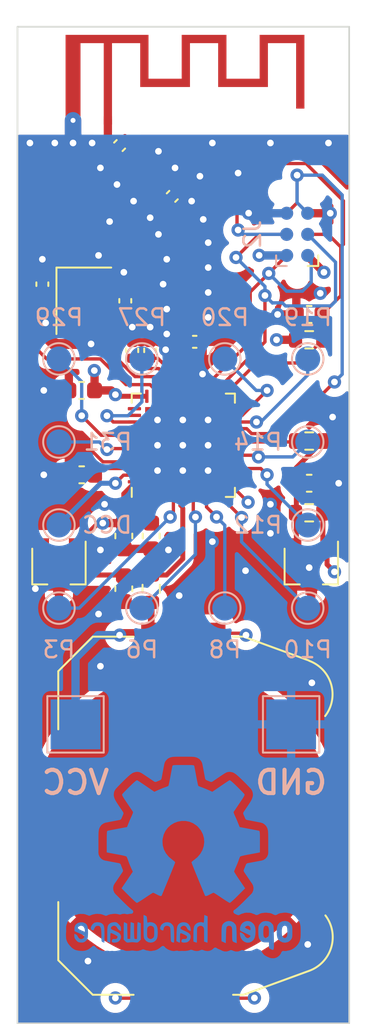
<source format=kicad_pcb>
(kicad_pcb (version 20221018) (generator pcbnew)
  (layers (0 "F.Cu" signal) (1 "In1.Cu" power) (2 "In2.Cu" power) (31 "B.Cu" signal) (34 "B.Paste" user) (35 "F.Paste" user) (36 "B.SilkS" user "B.Silkscreen") (37 "F.SilkS" user "F.Silkscreen") (38 "B.Mask" user) (39 "F.Mask" user) (44 "Edge.Cuts" user))
  (net 0 "")
  (net 1 "Net-(AE1-A)")
  (net 2 "GND")
  (net 3 "VCC")
  (net 4 "RESET")
  (net 5 "ANTENNA")
  (net 6 "Net-(U1-DEC4)")
  (net 7 "Net-(U1-XC2)")
  (net 8 "Net-(U1-DEC3)")
  (net 9 "Net-(U1-XC1)")
  (net 10 "Net-(U1-DEC2)")
  (net 11 "Net-(C10-Pad1)")
  (net 12 "Net-(U1-DEC1)")
  (net 13 "Net-(U2-VOUT)")
  (net 14 "SWDIO")
  (net 15 "SWCLK")
  (net 16 "SWO")
  (net 17 "ONBOARD_HALL")
  (net 18 "Net-(U1-DCC)")
  (net 22 "ONBOARD_HALL_2")
  (net 24 "Net-(U1-P0.03{slash}AIN1)")
  (net 27 "Net-(U1-P0.06)")
  (net 29 "Net-(U1-P0.08)")
  (net 31 "Net-(U1-NFC2{slash}P0.10)")
  (net 34 "Net-(U1-P0.14)")
  (net 35 "Net-(U1-P0.12)")
  (net 39 "Net-(U1-P0.20)")
  (net 41 "Net-(U1-P0.19)")
  (net 43 "Net-(U1-P0.31{slash}AIN7)")
  (net 45 "Net-(U1-P0.29{slash}AIN5)")
  (net 47 "Net-(U1-P0.27)")
  (footprint "Crystal:Crystal_SMD_3225-4Pin_3.2x2.5mm" (layer "F.Cu") (at 119 51.5 -90)
    (fp_text reference "Y1" hide)
    (fp_text value "Crystal_GND24")
  )
  (footprint "Capacitor_SMD:C_0603_1608Metric" (layer "F.Cu") (at 132.588 62.484)
    (fp_text reference "C13" hide)
    (fp_text value "100nF")
  )
  (footprint "Package_TO_SOT_SMD:SOT-23W" (layer "F.Cu") (at 117.5 67.5 -90)
    (fp_text reference "U3" hide)
    (fp_text value "A3214ELHLT-T")
  )
  (footprint "Resistor_SMD:R_0603_1608Metric" (layer "F.Cu") (at 123.063 68.834 90)
    (fp_text reference "R4" hide)
    (fp_text value "470k")
  )
  (footprint "Package_DFN_QFN:QFN-48-1EP_6x6mm_P0.4mm_EP4.6x4.6mm" (layer "F.Cu") (at 125 60.198 90)
    (fp_text reference "U1" hide)
    (fp_text value "nRF52832-QFxx")
  )
  (footprint "Capacitor_SMD:C_0402_1005Metric" (layer "F.Cu") (at 123 54.483 90)
    (fp_text reference "C9" hide)
    (fp_text value "100pF")
  )
  (footprint "Capacitor_SMD:C_0603_1608Metric" (layer "F.Cu") (at 118.872 61.976 180)
    (fp_text reference "C5" hide)
    (fp_text value "1uF")
  )
  (footprint "Battery:BatteryHolder_Keystone_3034_1x20mm" (layer "F.Cu") (at 125 82.5 90)
    (fp_text reference "BT1" hide)
    (fp_text value "Battery_Cell")
  )
  (footprint "Capacitor_SMD:C_0402_1005Metric" (layer "F.Cu") (at 121.5 51.5 90)
    (fp_text reference "C8" hide)
    (fp_text value "12pF")
  )
  (footprint "Package_TO_SOT_SMD:SOT-23W" (layer "F.Cu") (at 132.715 67.5 -90)
    (fp_text reference "U2" hide)
    (fp_text value "A3214ELHLT-T")
  )
  (footprint "Capacitor_SMD:C_0603_1608Metric" (layer "F.Cu") (at 118.872 56.896 180)
    (fp_text reference "C1" hide)
    (fp_text value "100nF")
  )
  (footprint "Capacitor_SMD:C_0402_1005Metric" (layer "F.Cu") (at 124.333 45.212 45)
    (fp_text reference "C10" hide)
    (fp_text value "C_Small")
  )
  (footprint "Inductor_SMD:L_0402_1005Metric" (layer "F.Cu") (at 122.3584 44.0132 135)
    (fp_text reference "L2" hide)
    (fp_text value "L")
  )
  (footprint "Resistor_SMD:R_0603_1608Metric" (layer "F.Cu") (at 132.588 64.262 180)
    (fp_text reference "R2" hide)
    (fp_text value "470k")
  )
  (footprint "Capacitor_SMD:C_0603_1608Metric" (layer "F.Cu") (at 132.588 52.324 180)
    (fp_text reference "C3" hide)
    (fp_text value "100nF")
  )
  (footprint "Capacitor_SMD:C_0402_1005Metric" (layer "F.Cu") (at 125.6858 53.97)
    (fp_text reference "C4" hide)
    (fp_text value "1pF")
  )
  (footprint "Capacitor_SMD:C_0603_1608Metric" (layer "F.Cu") (at 123.063 65.659 -90)
    (fp_text reference "C11" hide)
    (fp_text value "100nF")
  )
  (footprint "RF_Antenna:Texas_SWRA117D_2.4GHz_Right" (layer "F.Cu") (at 120.45 40.64)
    (fp_text reference "AE1" hide)
    (fp_text value "Antenna_Shield")
  )
  (footprint "Capacitor_SMD:C_0603_1608Metric" (layer "F.Cu") (at 121.412 68.834 -90)
    (fp_text reference "C14" hide)
    (fp_text value "100nF")
  )
  (footprint "Capacitor_SMD:C_0402_1005Metric" (layer "F.Cu") (at 121.92 54.483 90)
    (fp_text reference "C7" hide)
    (fp_text value "100pF")
  )
  (footprint "Capacitor_SMD:C_0402_1005Metric" (layer "F.Cu") (at 116.5 50.5 90)
    (fp_text reference "C6" hide)
    (fp_text value "12pF")
  )
  (footprint "Resistor_SMD:R_0603_1608Metric" (layer "F.Cu") (at 132.588 59.944 180)
    (fp_text reference "R3" hide)
    (fp_text value "0R")
  )
  (footprint "Connector:Tag-Connect_TC2030-IDC-NL_2x03_P1.27mm_Vertical" (layer "F.Cu") (at 131.865 47.5 90)
    (fp_text reference "J1" hide)
    (fp_text value "Prog Header")
  )
  (footprint "Capacitor_SMD:C_0402_1005Metric" (layer "F.Cu") (at 121.158 42.155196 45)
    (fp_text reference "C12" hide)
    (fp_text value "C_Small")
  )
  (footprint "Resistor_SMD:R_0603_1608Metric" (layer "F.Cu") (at 132.588 53.848)
    (fp_text reference "R1" hide)
    (fp_text value "100k")
  )
  (footprint "Inductor_SMD:L_0402_1005Metric" (layer "F.Cu") (at 125.222 51.5 90)
    (fp_text reference "L1" hide)
    (fp_text value "3.3nF")
  )
  (footprint "Capacitor_SMD:C_0603_1608Metric" (layer "F.Cu") (at 121.412 65.659 -90)
    (fp_text reference "C2" hide)
    (fp_text value "4.7uF")
  )
  (footprint "Symbol:OSHW-Logo2_14.6x12mm_Copper" (layer "B.Cu") (at 125 85 180)
    (fp_text reference "REF**" hide)
    (fp_text value "OSHW-Logo2_14.6x12mm_Copper" hide)
  )
  (footprint "TestPoint:TestPoint_Pad_3.0x3.0mm" (layer "B.Cu") (at 118.5 77 180)
    (fp_text reference "TP1" hide)
    (fp_text value "TestPoint")
  )
  (footprint "TestPoint:TestPoint_Pad_D1.5mm" (layer "B.Cu") (at 132.5 65 180)
    (fp_text reference "P12")
    (fp_text value "TestPoint")
  )
  (footprint "TestPoint:TestPoint_Pad_D1.5mm" (layer "B.Cu") (at 122.5 70 180)
    (fp_text reference "P6")
    (fp_text value "TestPoint")
  )
  (footprint "TestPoint:TestPoint_Pad_D1.5mm" (layer "B.Cu") (at 132.5 60 180)
    (fp_text reference "P14")
    (fp_text value "TestPoint")
  )
  (footprint "TestPoint:TestPoint_Pad_3.0x3.0mm" (layer "B.Cu") (at 131.5 77 180)
    (fp_text reference "TP2" hide)
    (fp_text value "TestPoint")
  )
  (footprint "TestPoint:TestPoint_Pad_D1.5mm" (layer "B.Cu") (at 127.5 55 180)
    (fp_text reference "P20")
    (fp_text value "TestPoint")
  )
  (footprint "TestPoint:TestPoint_Pad_D1.5mm" (layer "B.Cu") (at 132.5 70 180)
    (fp_text reference "P10")
    (fp_text value "TestPoint")
  )
  (footprint "TestPoint:TestPoint_Pad_D1.5mm" (layer "B.Cu") (at 117.5 65 180)
    (fp_text reference "DCC1" hide)
    (fp_text value "TestPoint")
  )
  (footprint "Connector:Tag-Connect_TC2030-IDC-NL_2x03_P1.27mm_Vertical" (layer "B.Cu") (at 131.865 47.5 90)
    (fp_text reference "J2")
    (fp_text value "Prog Header")
  )
  (footprint "TestPoint:TestPoint_Pad_D1.5mm" (layer "B.Cu") (at 117.5 70 180)
    (fp_text reference "P3")
    (fp_text value "TestPoint")
  )
  (footprint "TestPoint:TestPoint_Pad_D1.5mm" (layer "B.Cu") (at 117.5 55 180)
    (fp_text reference "P29")
    (fp_text value "TestPoint")
  )
  (footprint "TestPoint:TestPoint_Pad_D1.5mm" (layer "B.Cu") (at 122.5 55 180)
    (fp_text reference "P27")
    (fp_text value "TestPoint")
  )
  (footprint "TestPoint:TestPoint_Pad_D1.5mm" (layer "B.Cu") (at 132.5 55 180)
    (fp_text reference "P19")
    (fp_text value "TestPoint")
  )
  (footprint "TestPoint:TestPoint_Pad_D1.5mm" (layer "B.Cu") (at 127.5 70 180)
    (fp_text reference "P8")
    (fp_text value "TestPoint")
  )
  (footprint "TestPoint:TestPoint_Pad_D1.5mm" (layer "B.Cu") (at 117.5 60 180)
    (fp_text reference "P31")
    (fp_text value "TestPoint")
  )
  (gr_rect (start 115 35) (end 135 95) (stroke (width 0.1)) (fill none) (layer "Edge.Cuts"))
  (gr_text "GND" (at 131.5 80.5) (layer "B.SilkS") (effects (font (size 1.4 1.4) (thickness 0.25) bold) (justify mirror)))
  (gr_text "DCC" (at 122 65) (layer "B.SilkS") (effects (font (size 1 1)) (justify left mirror)))
  (gr_text "VCC\n" (at 118.5 80.5) (layer "B.SilkS") (effects (font (size 1.4 1.4) (thickness 0.25) bold) (justify mirror)))
  (segment (start 120.45 40.584196) (end 120.45 41.711804) (width 0.5) (layer "F.Cu") (net 1))
  (segment (start 120.818589 42.494607) (end 121.994235 43.670253) (width 0.5) (layer "F.Cu") (net 1))
  (segment (start 121.994235 43.670253) (end 122.015453 43.670253) (width 0.5) (layer "F.Cu") (net 1))
  (segment (start 120.818589 42.494607) (end 120.742893 42.418911) (width 0.5) (layer "F.Cu") (net 1))
  (arc (start 120.742893 42.418911) (mid 120.52612 42.094488) (end 120.45 41.711804) (width 0.5) (layer "F.Cu") (net 1))
  (segment (start 118.097 60.403) (end 118.097 61.976) (width 0.2) (layer "F.Cu") (net 2))
  (segment (start 125.349 44.196) (end 125.804 44.196) (width 0.2) (layer "F.Cu") (net 2))
  (segment (start 118.15 53.888) (end 118.15 52.6) (width 0.2) (layer "F.Cu") (net 2))
  (segment (start 118.097 61.976) (end 116.586 61.976) (width 0.2) (layer "F.Cu") (net 2))
  (segment (start 125.804 44.196) (end 126 44) (width 0.2) (layer "F.Cu") (net 2))
  (segment (start 121.92 54.003) (end 121.92 53.086) (width 0.2) (layer "F.Cu") (net 2))
  (segment (start 118.359 54.097) (end 118.15 53.888) (width 0.2) (layer "F.Cu") (net 2))
  (segment (start 118.35 42) (end 118.35 40.64) (width 1) (layer "F.Cu") (net 2))
  (segment (start 123.93306 54.44498) (end 123.93306 54.83346) (width 0.2) (layer "F.Cu") (net 2))
  (segment (start 132.5 46.23) (end 133.856 46.23) (width 0.5) (layer "F.Cu") (net 2))
  (segment (start 120.637 69.609) (end 119.888 70.358) (width 0.3) (layer "F.Cu") (net 2))
  (segment (start 120.796 50.4) (end 121.412 49.784) (width 0.2) (layer "F.Cu") (net 2))
  (segment (start 120.15205 61.198) (end 119.20405 60.25) (width 0.2) (layer "F.Cu") (net 2))
  (segment (start 124.0345 66.434) (end 124.1005 66.5) (width 0.2) (layer "F.Cu") (net 2))
  (segment (start 121.412 69.609) (end 120.637 69.609) (width 0.3) (layer "F.Cu") (net 2))
  (segment (start 122.815785 41.815785) (end 121.497411 41.815785) (width 0.5) (layer "F.Cu") (net 2))
  (segment (start 118.097 56.896) (end 116.586 56.896) (width 0.2) (layer "F.Cu") (net 2))
  (segment (start 116.212 68.7) (end 116.078 68.834) (width 0.2) (layer "F.Cu") (net 2))
  (segment (start 119.20405 60.25) (end 118.25 60.25) (width 0.2) (layer "F.Cu") (net 2))
  (segment (start 118.15 52.6) (end 116.9315 52.6) (width 0.2) (layer "F.Cu") (net 2))
  (segment (start 119.85 50.4) (end 120.796 50.4) (width 0.2) (layer "F.Cu") (net 2))
  (segment (start 116.9315 52.6) (end 116.6995 52.832) (width 0.2) (layer "F.Cu") (net 2))
  (segment (start 131.813 52.324) (end 130.683 52.324) (width 0.2) (layer "F.Cu") (net 2))
  (segment (start 132.715 67.691) (end 132.588 67.564) (width 0.2) (layer "F.Cu") (net 2))
  (segment (start 116.5 50.02) (end 116.5 49) (width 0.2) (layer "F.Cu") (net 2))
  (segment (start 118.25 60.25) (end 118.097 60.403) (width 0.2) (layer "F.Cu") (net 2))
  (segment (start 117.5 68.7) (end 116.212 68.7) (width 0.2) (layer "F.Cu") (net 2))
  (segment (start 119.85 50.4) (end 119.85 48.806) (width 0.2) (layer "F.Cu") (net 2))
  (segment (start 119.4374 54.097) (end 118.359 54.097) (width 0.2) (layer "F.Cu") (net 2))
  (segment (start 122.05 61.198) (end 120.15205 61.198) (width 0.2) (layer "F.Cu") (net 2))
  (segment (start 119.85 48.806) (end 119.888 48.768) (width 0.2) (layer "F.Cu") (net 2))
  (segment (start 123.5 42.5) (end 122.815785 41.815785) (width 0.2) (layer "F.Cu") (net 2))
  (segment (start 123.063 66.434) (end 120.066 66.434) (width 0.2) (layer "F.Cu") (net 2))
  (segment (start 134.366 62.484) (end 133.363 62.484) (width 0.2) (layer "F.Cu") (net 2))
  (segment (start 121.5 49.872) (end 121.412 49.784) (width 0.2) (layer "F.Cu") (net 2))
  (segment (start 121.5 51.02) (end 121.5 49.872) (width 0.2) (layer "F.Cu") (net 2))
  (segment (start 124.8 55.7004) (end 124.8 57.248) (width 0.2) (layer "F.Cu") (net 2))
  (segment (start 133.856 46.23) (end 133.858 46.228) (width 0.2) (layer "F.Cu") (net 2))
  (segment (start 123.063 66.434) (end 124.0345 66.434) (width 0.2) (layer "F.Cu") (net 2))
  (segment (start 132.715 68.7) (end 132.715 67.691) (width 0.2) (layer "F.Cu") (net 2))
  (segment (start 120.066 66.434) (end 120 66.5) (width 0.2) (layer "F.Cu") (net 2))
  (segment (start 123 53.086) (end 123 54.003) (width 0.2) (layer "F.Cu") (net 2))
  (segment (start 124.672411 44.872589) (end 125.349 44.196) (width 0.2) (layer "F.Cu") (net 2))
  (segment (start 123.93306 54.83346) (end 124.8 55.7004) (width 0.2) (layer "F.Cu") (net 2))
  (via (at 126.75 66) (size 0.8) (drill 0.4) (layers "F.Cu" "B.Cu") (net 2))
  (via (at 126.5 49.5) (size 0.8) (drill 0.4) (layers "F.Cu" "B.Cu") (net 2))
  (via (at 118.35 42) (size 0.8) (drill 0.4) (layers "F.Cu" "B.Cu") (net 2))
  (via (at 124 52) (size 0.8) (drill 0.4) (layers "F.Cu" "B.Cu") (net 2))
  (via (at 125.5 45.5) (size 0.8) (drill 0.4) (layers "F.Cu" "B.Cu") (net 2))
  (via (at 132.5 90.25) (size 0.8) (drill 0.4) (layers "F.Cu" "B.Cu") (net 2))
  (via (at 123.444 58.674) (size 0.8) (drill 0.4) (layers "F.Cu" "B.Cu") (net 2))
  (via (at 126.2 46.6) (size 0.8) (drill 0.4) (layers "F.Cu" "B.Cu") (net 2))
  (via (at 124.5 43.5) (size 0.8) (drill 0.4) (layers "F.Cu" "B.Cu") (net 2))
  (via (at 124 49) (size 0.8) (drill 0.4) (layers "F.Cu" "B.Cu") (net 2))
  (via (at 116.6995 52.832) (size 0.8) (drill 0.4) (layers "F.Cu" "B.Cu") (net 2))
  (via (at 119.5 42) (size 0.8) (drill 0.4) (layers "F.Cu" "B.Cu") (net 2))
  (via (at 124 53.5) (size 0.8) (drill 0.4) (layers "F.Cu" "B.Cu") (net 2))
  (via (at 123.5 47.5) (size 0.8) (drill 0.4) (layers "F.Cu" "B.Cu") (net 2))
  (via (at 119.4374 54.097) (size 0.8) (drill 0.4) (layers "F.Cu" "B.Cu") (net 2))
  (via (at 120.25 63.75) (size 0.8) (drill 0.4) (layers "F.Cu" "B.Cu") (net 2))
  (via (at 124.75 69.25) (size 0.8) (drill 0.4) (layers "F.Cu" "B.Cu") (net 2))
  (via (at 115.75 42) (size 0.8) (drill 0.4) (layers "F.Cu" "B.Cu") (net 2))
  (via (at 130.683 52.324) (size 0.8) (drill 0.4) (layers "F.Cu" "B.Cu") (net 2))
  (via (at 120 43.5) (size 0.8) (drill 0.4) (layers "F.Cu" "B.Cu") (net 2))
  (via (at 119.888 48.768) (size 0.8) (drill 0.4) (layers "F.Cu" "B.Cu") (net 2))
  (via (at 134.366 62.484) (size 0.8) (drill 0.4) (layers "F.Cu" "B.Cu") (net 2))
  (via (at 123.444 61.722) (size 0.8) (drill 0.4) (layers "F.Cu" "B.Cu") (net 2))
  (via (at 124.1005 66.5) (size 0.8) (drill 0.4) (layers "F.Cu" "B.Cu") (net 2))
  (via (at 126.492 58.674) (size 0.8) (drill 0.4) (layers "F.Cu" "B.Cu") (net 2))
  (via (at 126 44) (size 0.8) (drill 0.4) (layers "F.Cu" "B.Cu") (net 2))
  (via (at 128.302 43.81) (size 0.8) (drill 0.4) (layers "F.Cu" "B.Cu") (net 2))
  (via (at 126.158735 55.910521) (size 0.8) (drill 0.4) (layers "F.Cu" "B.Cu") (net 2))
  (via (at 116.078 68.834) (size 0.8) (drill 0.4) (layers "F.Cu" "B.Cu") (net 2))
  (via (at 123.5 42.5) (size 0.8) (drill 0.4) (layers "F.Cu" "B.Cu") (net 2))
  (via (at 126.5 52.5) (size 0.8) (drill 0.4) (layers "F.Cu" "B.Cu") (net 2))
  (via (at 122 45.5) (size 0.8) (drill 0.4) (layers "F.Cu" "B.Cu") (net 2))
  (via (at 126.5 48) (size 0.8) (drill 0.4) (layers "F.Cu" "B.Cu") (net 2))
  (via (at 123.444 60.198) (size 0.8) (drill 0.4) (layers "F.Cu" "B.Cu") (net 2))
  (via (at 128.75 67.75) (size 0.8) (drill 0.4) (layers "F.Cu" "B.Cu") (net 2))
  (via (at 117.25 42) (size 0.8) (drill 0.4) (layers "F.Cu" "B.Cu") (net 2))
  (via (at 126.492 60.198) (size 0.8) (drill 0.4) (layers "F.Cu" "B.Cu") (net 2))
  (via (at 134 58.5) (size 0.8) (drill 0.4) (layers "F.Cu" "B.Cu") (net 2))
  (via (at 123.93306 54.44498) (size 0.8) (drill 0.4) (layers "F.Cu" "B.Cu") (net 2))
  (via (at 120 73.5) (size 0.8) (drill 0.4) (layers "F.Cu" "B.Cu") (net 2))
  (via (at 121.92 53.086) (size 0.8) (drill 0.4) (layers "F.Cu" "B.Cu") (net 2))
  (via (at 120 66.5) (size 0.8) (drill 0.4) (layers "F.Cu" "B.Cu") (net 2))
  (via (at 123 53.086) (size 0.8) (drill 0.4) (layers "F.Cu" "B.Cu") (net 2))
  (via (at 116.586 61.976) (size 0.8) (drill 0.4) (layers "F.Cu" "B.Cu") (net 2))
  (via (at 128.937 46.223) (size 0.8) (drill 0.4) (layers "F.Cu" "B.Cu") (net 2))
  (via (at 121 44.5) (size 0.8) (drill 0.4) (layers "F.Cu" "B.Cu") (net 2))
  (via (at 124.968 61.722) (size 0.8) (drill 0.4) (layers "F.Cu" "B.Cu") (net 2))
  (via (at 126.492 61.722) (size 0.8) (drill 0.4) (layers "F.Cu" "B.Cu") (net 2))
  (via (at 130.25 63.75) (size 0.8) (drill 0.4) (layers "F.Cu" "B.Cu") (net 2))
  (via (at 121.412 49.784) (size 0.8) (drill 0.4) (layers "F.Cu" "B.Cu") (net 2))
  (via (at 126.75 42) (size 0.8) (drill 0.4) (layers "F.Cu" "B.Cu") (net 2))
  (via (at 130.25 65.5) (size 0.8) (drill 0.4) (layers "F.Cu" "B.Cu") (net 2))
  (via (at 132.75 74.5) (size 0.8) (drill 0.4) (layers "F.Cu" "B.Cu") (net 2))
  (via (at 130.25 42) (size 0.8) (drill 0.4) (layers "F.Cu" "B.Cu") (net 2))
  (via (at 116.586 56.896) (size 0.8) (drill 0.4) (layers "F.Cu" "B.Cu") (net 2))
  (via (at 124.968 58.674) (size 0.8) (drill 0.4) (layers "F.Cu" "B.Cu") (net 2))
  (via (at 133.858 46.228) (size 0.8) (drill 0.4) (layers "F.Cu" "B.Cu") (net 2))
  (via (at 126.5 51) (size 0.8) (drill 0.4) (layers "F.Cu" "B.Cu") (net 2))
  (via (at 133.255 51.049) (size 0.8) (drill 0.4) (layers "F.Cu" "B.Cu") (net 2))
  (via (at 119.25 91.25) (size 0.8) (drill 0.4) (layers "F.Cu" "B.Cu") (net 2))
  (via (at 124.968 60.198) (size 0.8) (drill 0.4) (layers "F.Cu" "B.Cu") (net 2))
  (via (at 133.75 42) (size 0.8) (drill 0.4) (layers "F.Cu" "B.Cu") (net 2))
  (via (at 123.7808 50.5) (size 0.8) (drill 0.4) (layers "F.Cu" "B.Cu") (net 2))
  (via (at 119.888 70.358) (size 0.8) (drill 0.4) (layers "F.Cu" "B.Cu") (net 2))
  (via (at 120.555 46.731) (size 0.8) (drill 0.4) (layers "F.Cu" "B.Cu") (net 2))
  (via (at 123 46.5) (size 0.8) (drill 0.4) (layers "F.Cu" "B.Cu") (net 2))
  (via (at 132.588 67.564) (size 0.8) (drill 0.4) (layers "F.Cu" "B.Cu") (net 2))
  (via (at 116.5 49) (size 0.8) (drill 0.4) (layers "F.Cu" "B.Cu") (net 2))
  (segment (start 118.35 41.515) (end 118.364 41.529) (width 1) (layer "B.Cu") (net 2))
  (segment (start 118.35 40.64) (end 118.35 41.515) (width 1) (layer "B.Cu") (net 2))
  (segment (start 131.23 46.23) (end 128.944 46.23) (width 0.5) (layer "B.Cu") (net 2))
  (segment (start 128.944 46.23) (end 128.937 46.223) (width 0.2) (layer "B.Cu") (net 2))
  (segment (start 128.665 71.515) (end 128.778 71.628) (width 0.2) (layer "F.Cu") (net 3))
  (segment (start 122.714 57.248) (end 121.002 57.248) (width 0.3) (layer "F.Cu") (net 3))
  (segment (start 122.05 62.398) (end 122.05 62.481) (width 0.2) (layer "F.Cu") (net 3))
  (segment (start 125 71.515) (end 128.665 71.515) (width 0.2) (layer "F.Cu") (net 3))
  (segment (start 122.05 62.481) (end 121.412 63.119) (width 0.3) (layer "F.Cu") (net 3))
  (segment (start 133.413 64.262) (end 133.413 66.048) (width 0.3) (layer "F.Cu") (net 3))
  (segment (start 125 93.485) (end 120.917 93.485) (width 0.2) (layer "F.Cu") (net 3))
  (segment (start 125 71.515) (end 121.271 71.515) (width 0.5) (layer "F.Cu") (net 3))
  (segment (start 125 93.485) (end 129.273 93.485) (width 0.2) (layer "F.Cu") (net 3))
  (segment (start 133.665 66.3) (end 133.665 67.371) (width 0.3) (layer "F.Cu") (net 3))
  (segment (start 119.647 55.7125) (end 119.634 55.6995) (width 0.2) (layer "F.Cu") (net 3))
  (segment (start 133.665 67.371) (end 134.112 67.818) (width 0.3) (layer "F.Cu") (net 3))
  (segment (start 120.917 93.485) (end 120.904 93.472) (width 0.2) (layer "F.Cu") (net 3))
  (segment (start 127.95 62.672) (end 128.905 63.627) (width 0.2) (layer "F.Cu") (net 3))
  (segment (start 121.412 63.119) (end 121.412 64.884) (width 0.3) (layer "F.Cu") (net 3))
  (segment (start 121.002 57.248) (end 120.904 57.15) (width 0.2) (layer "F.Cu") (net 3))
  (segment (start 132.5 48.807) (end 133.477 49.784) (width 0.5) (layer "F.Cu") (net 3))
  (segment (start 120.142 64.884) (end 119.866 64.884) (width 0.3) (layer "F.Cu") (net 3))
  (segment (start 121.271 71.515) (end 121.158 71.628) (width 0.5) (layer "F.Cu") (net 3))
  (segment (start 119.866 64.884) (end 118.45 66.3) (width 0.3) (layer "F.Cu") (net 3))
  (segment (start 131.763 53.848) (end 130.6205 53.848) (width 0.5) (layer "F.Cu") (net 3))
  (segment (start 120.904 57.15) (end 120.65 56.896) (width 0.5) (layer "F.Cu") (net 3))
  (segment (start 123.063 69.659) (end 123.063 72.009) (width 0.4) (layer "F.Cu") (net 3))
  (segment (start 119.647 56.896) (end 119.647 55.7125) (width 0.5) (layer "F.Cu") (net 3))
  (segment (start 120.65 56.896) (end 119.621 56.896) (width 0.5) (layer "F.Cu") (net 3))
  (segment (start 127.95 62.398) (end 127.95 62.672) (width 0.2) (layer "F.Cu") (net 3))
  (segment (start 129.273 93.485) (end 129.286 93.472) (width 0.2) (layer "F.Cu") (net 3))
  (segment (start 133.413 66.048) (end 133.665 66.3) (width 0.3) (layer "F.Cu") (net 3))
  (segment (start 119.621 56.896) (end 119.507 57.01) (width 0.5) (layer "F.Cu") (net 3))
  (segment (start 120.142 64.884) (end 121.412 64.884) (width 0.5) (layer "F.Cu") (net 3))
  (segment (start 132.5 48.77) (end 132.5 48.807) (width 0.2) (layer "F.Cu") (net 3))
  (via (at 129.572 48.763) (size 0.8) (drill 0.4) (layers "F.Cu" "B.Cu") (net 3))
  (via (at 121.158 71.628) (size 0.8) (drill 0.4) (layers "F.Cu" "B.Cu") (net 3))
  (via (at 130.6205 53.848) (size 0.8) (drill 0.4) (layers "F.Cu" "B.Cu") (net 3))
  (via (at 128.778 71.628) (size 0.8) (drill 0.4) (layers "F.Cu" "B.Cu") (net 3))
  (via (at 120.904 57.15) (size 0.8) (drill 0.4) (layers "F.Cu" "B.Cu") (net 3))
  (via (at 133.477 49.784) (size 0.8) (drill 0.4) (layers "F.Cu" "B.Cu") (net 3))
  (via (at 128.905 63.627) (size 0.8) (drill 0.4) (layers "F.Cu" "B.Cu") (net 3))
  (via (at 120.142 64.884) (size 0.8) (drill 0.4) (layers "F.Cu" "B.Cu") (net 3))
  (via (at 129.286 93.472) (size 0.8) (drill 0.4) (layers "F.Cu" "B.Cu") (net 3))
  (via (at 134.112 67.818) (size 0.8) (drill 0.4) (layers "F.Cu" "B.Cu") (net 3))
  (via (at 120.904 93.472) (size 0.8) (drill 0.4) (layers "F.Cu" "B.Cu") (net 3))
  (via (at 119.634 55.6995) (size 0.8) (drill 0.4) (layers "F.Cu" "B.Cu") (net 3))
  (segment (start 118.5 77) (end 118.5 73) (width 0.5) (layer "B.Cu") (net 3))
  (segment (start 119.872 71.628) (end 121.158 71.628) (width 0.5) (layer "B.Cu") (net 3))
  (segment (start 118.5 73) (end 119.872 71.628) (width 0.5) (layer "B.Cu") (net 3))
  (segment (start 129.579 48.77) (end 129.572 48.763) (width 0.2) (layer "B.Cu") (net 3))
  (segment (start 131.23 48.77) (end 129.579 48.77) (width 0.5) (layer "B.Cu") (net 3))
  (segment (start 127.95 57.998) (end 127.95 56.708) (width 0.2) (layer "F.Cu") (net 4))
  (segment (start 128.302 47.239) (end 128.237 47.174) (width 0.2) (layer "F.Cu") (net 4))
  (segment (start 128.237 45.907) (end 130.907 43.237) (width 0.2) (layer "F.Cu") (net 4))
  (segment (start 133.363 52.324) (end 134.493 51.194) (width 0.2) (layer "F.Cu") (net 4))
  (segment (start 128.237 47.174) (end 128.237 45.907) (width 0.2) (layer "F.Cu") (net 4))
  (segment (start 132.207 55.054) (end 133.413 53.848) (width 0.2) (layer "F.Cu") (net 4))
  (segment (start 134.652 45.48705) (end 134.652 48.101) (width 0.2) (layer "F.Cu") (net 4))
  (segment (start 134.493 51.194) (end 134.493 48.26) (width 0.2) (layer "F.Cu") (net 4))
  (segment (start 133.733 47.5) (end 132.5 47.5) (width 0.2) (layer "F.Cu") (net 4))
  (segment (start 134.493 48.26) (end 133.733 47.5) (width 0.2) (layer "F.Cu") (net 4))
  (segment (start 133.413 52.374) (end 133.363 52.324) (width 0.2) (layer "F.Cu") (net 4))
  (segment (start 133.413 53.848) (end 133.413 52.374) (width 0.2) (layer "F.Cu") (net 4))
  (segment (start 134.652 48.101) (end 134.493 48.26) (width 0.2) (layer "F.Cu") (net 4))
  (segment (start 132.40195 43.237) (end 134.652 45.48705) (width 0.2) (layer "F.Cu") (net 4))
  (segment (start 130.907 43.237) (end 132.40195 43.237) (width 0.2) (layer "F.Cu") (net 4))
  (segment (start 127.95 56.708) (end 129.413 55.245) (width 0.2) (layer "F.Cu") (net 4))
  (segment (start 129.413 55.245) (end 132.207 55.245) (width 0.2) (layer "F.Cu") (net 4))
  (segment (start 132.207 55.245) (end 132.207 55.054) (width 0.2) (layer "F.Cu") (net 4))
  (via (at 128.302 47.239) (size 0.8) (drill 0.4) (layers "F.Cu" "B.Cu") (net 4))
  (segment (start 131.23 47.5) (end 128.563 47.5) (width 0.2) (layer "B.Cu") (net 4))
  (segment (start 128.563 47.5) (end 128.302 47.239) (width 0.2) (layer "B.Cu") (net 4))
  (segment (start 125.2 54.009) (end 125.2 57.248) (width 0.2) (layer "F.Cu") (net 5))
  (segment (start 125.209 54) (end 125.209 51.998) (width 0.6) (layer "F.Cu") (net 5))
  (segment (start 125.209 51.998) (end 125.222 51.985) (width 0.5) (layer "F.Cu") (net 5))
  (segment (start 125.209 54) (end 125.2 54.009) (width 0.2) (layer "F.Cu") (net 5))
  (segment (start 119.517 61.598) (end 119.507 61.608) (width 0.2) (layer "F.Cu") (net 6))
  (segment (start 122.05 61.598) (end 119.517 61.598) (width 0.2) (layer "F.Cu") (net 6))
  (segment (start 120 55) (end 116.759 55) (width 0.2) (layer "F.Cu") (net 7))
  (segment (start 123.2 56.75164) (end 122.99636 56.548) (width 0.2) (layer "F.Cu") (net 7))
  (segment (start 117.1 50.4) (end 118.15 50.4) (width 0.2) (layer "F.Cu") (net 7))
  (segment (start 115.475 53.716) (end 115.475 52.025) (width 0.2) (layer "F.Cu") (net 7))
  (segment (start 115.475 52.025) (end 117.1 50.4) (width 0.2) (layer "F.Cu") (net 7))
  (segment (start 122.99636 56.548) (end 121.548 56.548) (width 0.2) (layer "F.Cu") (net 7))
  (segment (start 116.759 55) (end 115.475 53.716) (width 0.2) (layer "F.Cu") (net 7))
  (segment (start 123.2 57.248) (end 123.2 56.75164) (width 0.2) (layer "F.Cu") (net 7))
  (segment (start 121.548 56.548) (end 120 55) (width 0.2) (layer "F.Cu") (net 7))
  (segment (start 123.514313 55.58) (end 122.537 55.58) (width 0.2) (layer "F.Cu") (net 8))
  (segment (start 122.537 55.58) (end 121.92 54.963) (width 0.2) (layer "F.Cu") (net 8))
  (segment (start 124 56.065686) (end 123.514313 55.58) (width 0.2) (layer "F.Cu") (net 8))
  (segment (start 124 57.248) (end 124 56.065686) (width 0.2) (layer "F.Cu") (net 8))
  (segment (start 120.396 53.146) (end 119.85 52.6) (width 0.2) (layer "F.Cu") (net 9))
  (segment (start 120.396 54.375134) (end 120.396 53.146) (width 0.2) (layer "F.Cu") (net 9))
  (segment (start 123.6 56.231371) (end 123.434315 56.065686) (width 0.2) (layer "F.Cu") (net 9))
  (segment (start 121.5 51.98) (end 120.47 51.98) (width 0.2) (layer "F.Cu") (net 9))
  (segment (start 122.086552 56.065686) (end 120.396 54.375134) (width 0.2) (layer "F.Cu") (net 9))
  (segment (start 123.434315 56.065686) (end 122.086552 56.065686) (width 0.2) (layer "F.Cu") (net 9))
  (segment (start 123.6 57.248) (end 123.6 56.231371) (width 0.2) (layer "F.Cu") (net 9))
  (segment (start 120.47 51.98) (end 119.85 52.6) (width 0.2) (layer "F.Cu") (net 9))
  (segment (start 124.4 55.9) (end 124.4 57.248) (width 0.2) (layer "F.Cu") (net 10))
  (segment (start 123.463 54.963) (end 124.4 55.9) (width 0.2) (layer "F.Cu") (net 10))
  (segment (start 123 54.963) (end 123.463 54.963) (width 0.2) (layer "F.Cu") (net 10))
  (segment (start 125.220154 47.808305) (end 125.220154 50.710654) (width 0.5) (layer "F.Cu") (net 11))
  (segment (start 122.701347 44.356147) (end 122.778647 44.356147) (width 0.5) (layer "F.Cu") (net 11))
  (segment (start 125.220154 50.710654) (end 125.222 50.7125) (width 0.5) (layer "F.Cu") (net 11))
  (segment (start 123.910411 45.551411) (end 123.993589 45.551411) (width 0.2) (layer "F.Cu") (net 11))
  (segment (start 122.778647 44.356147) (end 123.910411 45.487911) (width 0.5) (layer "F.Cu") (net 11))
  (segment (start 124.120589 45.72) (end 124.414795 46.014206) (width 0.5) (layer "F.Cu") (net 11))
  (arc (start 124.414795 46.014206) (mid 124.981656 46.837306) (end 125.220154 47.808305) (width 0.5) (layer "F.Cu") (net 11))
  (segment (start 122.8 63.148) (end 122.8 64.621) (width 0.2) (layer "F.Cu") (net 12))
  (segment (start 122.8 64.621) (end 123.063 64.884) (width 0.2) (layer "F.Cu") (net 12))
  (segment (start 131.813 62.484) (end 131.813 66.252) (width 0.3) (layer "F.Cu") (net 13))
  (segment (start 131.813 62.484) (end 131.813 61.544) (width 0.3) (layer "F.Cu") (net 13))
  (segment (start 131.813 61.544) (end 133.413 59.944) (width 0.3) (layer "F.Cu") (net 13))
  (segment (start 131.813 66.252) (end 131.765 66.3) (width 0.25) (layer "F.Cu") (net 13))
  (segment (start 129.032 53.95795) (end 129.032 50.968) (width 0.2) (layer "F.Cu") (net 14))
  (segment (start 126.8 57.248) (end 126.8 56.18995) (width 0.2) (layer "F.Cu") (net 14))
  (segment (start 126.8 56.18995) (end 129.032 53.95795) (width 0.2) (layer "F.Cu") (net 14))
  (segment (start 129.032 50.968) (end 130.1505 49.8495) (width 0.2) (layer "F.Cu") (net 14))
  (segment (start 130.1505 49.8495) (end 131.23 48.77) (width 0.2) (layer "F.Cu") (net 14))
  (via (at 130.1505 49.8495) (size 0.8) (drill 0.4) (layers "F.Cu" "B.Cu") (net 14))
  (segment (start 132.7103 50.390135) (end 132.178435 50.922) (width 0.2) (layer "B.Cu") (net 14))
  (segment (start 132.5 48.77) (end 132.7103 48.9803) (width 0.2) (layer "B.Cu") (net 14))
  (segment (start 131.223 50.922) (end 130.1505 49.8495) (width 0.2) (layer "B.Cu") (net 14))
  (segment (start 132.178435 50.922) (end 131.223 50.922) (width 0.2) (layer "B.Cu") (net 14))
  (segment (start 132.7103 48.9803) (end 132.7103 50.390135) (width 0.2) (layer "B.Cu") (net 14))
  (segment (start 127.2 56.696) (end 127.2 57.248) (width 0.2) (layer "F.Cu") (net 15))
  (segment (start 129.921 51.181) (end 129.921 53.975) (width 0.2) (layer "F.Cu") (net 15))
  (segment (start 129.565 47.5) (end 131.23 47.5) (width 0.2) (layer "F.Cu") (net 15))
  (segment (start 129.921 53.975) (end 127.2 56.696) (width 0.2) (layer "F.Cu") (net 15))
  (segment (start 128.175 48.89) (end 129.565 47.5) (width 0.2) (layer "F.Cu") (net 15))
  (via (at 129.921 51.181) (size 0.8) (drill 0.4) (layers "F.Cu" "B.Cu") (net 15))
  (via (at 128.175 48.89) (size 0.8) (drill 0.4) (layers "F.Cu" "B.Cu") (net 15))
  (segment (start 129.921 50.636) (end 129.921 51.181) (width 0.2) (layer "B.Cu") (net 15))
  (segment (start 130.39305 51.624) (end 130.97295 51.624) (width 0.2) (layer "B.Cu") (net 15))
  (segment (start 128.175 48.89) (end 129.921 50.636) (width 0.2) (layer "B.Cu") (net 15))
  (segment (start 134.177 51.524) (end 134.177 49.177) (width 0.2) (layer "B.Cu") (net 15))
  (segment (start 131.15995 51.811) (end 133.89 51.811) (width 0.2) (layer "B.Cu") (net 15))
  (segment (start 130.97295 51.624) (end 131.15995 51.811) (width 0.2) (layer "B.Cu") (net 15))
  (segment (start 130.378525 51.638525) (end 130.39305 51.624) (width 0.2) (layer "B.Cu") (net 15))
  (segment (start 129.921 51.181) (end 130.378525 51.638525) (width 0.2) (layer "B.Cu") (net 15))
  (segment (start 134.177 49.177) (end 132.5 47.5) (width 0.2) (layer "B.Cu") (net 15))
  (segment (start 133.89 51.811) (end 134.177 51.524) (width 0.2) (layer "B.Cu") (net 15))
  (segment (start 131.858 45.602) (end 131.23 46.23) (width 0.2) (layer "F.Cu") (net 16))
  (segment (start 129.12005 59.498) (end 131.002 59.498) (width 0.2) (layer "F.Cu") (net 16))
  (segment (start 131.858 43.937) (end 131.858 45.602) (width 0.2) (layer "F.Cu") (net 16))
  (segment (start 131.002 59.498) (end 134.112 56.388) (width 0.2) (layer "F.Cu") (net 16))
  (segment (start 128.82005 59.198) (end 129.12005 59.498) (width 0.2) (layer "F.Cu") (net 16))
  (segment (start 127.95 59.198) (end 128.82005 59.198) (width 0.2) (layer "F.Cu") (net 16))
  (via (at 131.858 43.937) (size 0.8) (drill 0.4) (layers "F.Cu" "B.Cu") (net 16))
  (via (at 134.112 56.388) (size 0.8) (drill 0.4) (layers "F.Cu" "B.Cu") (net 16))
  (segment (start 134.577 55.923) (end 134.112 56.388) (width 0.2) (layer "B.Cu") (net 16))
  (segment (start 134.577 45.132) (end 134.577 55.923) (width 0.2) (layer "B.Cu") (net 16))
  (segment (start 131.858 43.937) (end 131.858 45.588) (width 0.2) (layer "B.Cu") (net 16))
  (segment (start 131.858 45.588) (end 132.5 46.23) (width 0.2) (layer "B.Cu") (net 16))
  (segment (start 133.382 43.937) (end 134.577 45.132) (width 0.2) (layer "B.Cu") (net 16))
  (segment (start 131.858 43.937) (end 133.382 43.937) (width 0.2) (layer "B.Cu") (net 16))
  (segment (start 131.763 59.944) (end 131.619 59.8) (width 0.2) (layer "F.Cu") (net 17))
  (segment (start 131.709 59.998) (end 131.763 59.944) (width 0.2) (layer "F.Cu") (net 17))
  (segment (start 127.95 59.998) (end 131.709 59.998) (width 0.2) (layer "F.Cu") (net 17))
  (segment (start 120.904 62.484) (end 121.39 61.998) (width 0.2) (layer "F.Cu") (net 18))
  (segment (start 121.39 61.998) (end 122.05 61.998) (width 0.2) (layer "F.Cu") (net 18))
  (via (at 120.904 62.484) (size 0.8) (drill 0.4) (layers "F.Cu" "B.Cu") (net 18))
  (segment (start 117.5 65) (end 120.016 62.484) (width 0.3) (layer "B.Cu") (net 18))
  (segment (start 120.016 62.484) (end 120.904 62.484) (width 0.3) (layer "B.Cu") (net 18))
  (segment (start 124.968 64.003) (end 124.8 63.835) (width 0.2) (layer "F.Cu") (net 22))
  (segment (start 118.259 68.009) (end 123.063 68.009) (width 0.3) (layer "F.Cu") (net 22))
  (segment (start 116.55 66.3) (end 118.259 68.009) (width 0.3) (layer "F.Cu") (net 22))
  (segment (start 123.991 68.009) (end 123.063 68.009) (width 0.3) (layer "F.Cu") (net 22))
  (segment (start 124.8 63.835) (end 124.8 63.148) (width 0.2) (layer "F.Cu") (net 22))
  (segment (start 124.968 67.032) (end 123.991 68.009) (width 0.3) (layer "F.Cu") (net 22))
  (segment (start 124.968 64.003) (end 124.968 67.032) (width 0.3) (layer "F.Cu") (net 22))
  (segment (start 124.4 63.148) (end 124.4 64.322) (width 0.2) (layer "F.Cu") (net 24))
  (segment (start 124.4 64.322) (end 124.206 64.516) (width 0.2) (layer "F.Cu") (net 24))
  (via (at 124.206 64.516) (size 0.8) (drill 0.4) (layers "F.Cu" "B.Cu") (net 24))
  (segment (start 118.722 70) (end 117.5 70) (width 0.2) (layer "B.Cu") (net 24))
  (segment (start 124.206 64.516) (end 118.722 70) (width 0.2) (layer "B.Cu") (net 24))
  (segment (start 125.73 64.516) (end 125.6 64.386) (width 0.2) (layer "F.Cu") (net 27))
  (segment (start 125.6 64.386) (end 125.6 63.148) (width 0.2) (layer "F.Cu") (net 27))
  (via (at 125.73 64.516) (size 0.8) (drill 0.4) (layers "F.Cu" "B.Cu") (net 27))
  (segment (start 125.73 66.77) (end 122.5 70) (width 0.2) (layer "B.Cu") (net 27))
  (segment (start 125.73 64.516) (end 125.73 66.77) (width 0.2) (layer "B.Cu") (net 27))
  (segment (start 126.4 63.916) (end 127 64.516) (width 0.2) (layer "F.Cu") (net 29))
  (segment (start 126.4 63.148) (end 126.4 63.916) (width 0.2) (layer "F.Cu") (net 29))
  (via (at 127 64.516) (size 0.8) (drill 0.4) (layers "F.Cu" "B.Cu") (net 29))
  (segment (start 127.5 65.016) (end 127.5 70) (width 0.2) (layer "B.Cu") (net 29))
  (segment (start 127 64.516) (end 127.5 65.016) (width 0.2) (layer "B.Cu") (net 29))
  (segment (start 127.2 63.148) (end 127.2 63.23441) (width 0.2) (layer "F.Cu") (net 31))
  (segment (start 127.2 63.23441) (end 128.511277 64.545687) (width 0.2) (layer "F.Cu") (net 31))
  (via (at 128.511277 64.545687) (size 0.8) (drill 0.4) (layers "F.Cu" "B.Cu") (net 31))
  (segment (start 128.511277 66.011277) (end 132.5 70) (width 0.2) (layer "B.Cu") (net 31))
  (segment (start 128.511277 64.545687) (end 128.511277 66.011277) (width 0.2) (layer "B.Cu") (net 31))
  (segment (start 127.95 60.798) (end 129.429838 60.798) (width 0.2) (layer "F.Cu") (net 34))
  (segment (start 129.429838 60.798) (end 129.530338 60.8985) (width 0.2) (layer "F.Cu") (net 34))
  (via (at 129.530338 60.8985) (size 0.8) (drill 0.4) (layers "F.Cu" "B.Cu") (net 34))
  (segment (start 131.6015 60.8985) (end 132.5 60) (width 0.2) (layer "B.Cu") (net 34))
  (segment (start 129.530338 60.8985) (end 131.6015 60.8985) (width 0.2) (layer "B.Cu") (net 34))
  (segment (start 127.95 61.598) (end 129.67 61.598) (width 0.2) (layer "F.Cu") (net 35))
  (segment (start 129.67 61.598) (end 130.048 61.976) (width 0.2) (layer "F.Cu") (net 35))
  (via (at 130.048 61.976) (size 0.8) (drill 0.4) (layers "F.Cu" "B.Cu") (net 35))
  (segment (start 130.048 62.548) (end 132.5 65) (width 0.2) (layer "B.Cu") (net 35))
  (segment (start 130.048 61.976) (end 130.048 62.548) (width 0.2) (layer "B.Cu") (net 35))
  (segment (start 128.546 58.398) (end 130.048 56.896) (width 0.2) (layer "F.Cu") (net 39))
  (segment (start 127.95 58.398) (end 128.546 58.398) (width 0.2) (layer "F.Cu") (net 39))
  (via (at 130.048 56.896) (size 0.8) (drill 0.4) (layers "F.Cu" "B.Cu") (net 39))
  (segment (start 130.048 56.896) (end 129.396 56.896) (width 0.2) (layer "B.Cu") (net 39))
  (segment (start 129.396 56.896) (end 127.5 55) (width 0.2) (layer "B.Cu") (net 39))
  (segment (start 129.41 58.798) (end 127.95 58.798) (width 0.2) (layer "F.Cu") (net 41))
  (via (at 129.41 58.798) (size 0.8) (drill 0.4) (layers "F.Cu" "B.Cu") (net 41))
  (segment (start 132.5 55.968) (end 132.5 55) (width 0.2) (layer "B.Cu") (net 41))
  (segment (start 129.41 58.798) (end 129.67 58.798) (width 0.2) (layer "B.Cu") (net 41))
  (segment (start 129.67 58.798) (end 132.5 55.968) (width 0.2) (layer "B.Cu") (net 41))
  (segment (start 120.45 60.398) (end 120.396 60.452) (width 0.2) (layer "F.Cu") (net 43))
  (segment (start 122.05 60.398) (end 120.45 60.398) (width 0.2) (layer "F.Cu") (net 43))
  (via (at 120.396 60.452) (size 0.8) (drill 0.4) (layers "F.Cu" "B.Cu") (net 43))
  (segment (start 120.396 60.452) (end 119.944 60) (width 0.2) (layer "B.Cu") (net 43))
  (segment (start 119.944 60) (end 117.5 60) (width 0.2) (layer "B.Cu") (net 43))
  (segment (start 120.05 59.598) (end 118.872 58.42) (width 0.2) (layer "F.Cu") (net 45))
  (segment (start 122.05 59.598) (end 120.05 59.598) (width 0.2) (layer "F.Cu") (net 45))
  (via (at 118.872 58.42) (size 0.8) (drill 0.4) (layers "F.Cu" "B.Cu") (net 45))
  (segment (start 118.872 58.42) (end 118.872 56.372) (width 0.2) (layer "B.Cu") (net 45))
  (segment (start 118.872 56.372) (end 117.5 55) (width 0.2) (layer "B.Cu") (net 45))
  (segment (start 120.774 58.798) (end 120.396 58.42) (width 0.2) (layer "F.Cu") (net 47))
  (segment (start 122.05 58.798) (end 120.774 58.798) (width 0.2) (layer "F.Cu") (net 47))
  (via (at 120.396 58.42) (size 0.8) (drill 0.4) (layers "F.Cu" "B.Cu") (net 47))
  (segment (start 120.396 58.42) (end 121.666 58.42) (width 0.2) (layer "B.Cu") (net 47))
  (segment (start 122.5 57.586) (end 122.5 55) (width 0.2) (layer "B.Cu") (net 47))
  (segment (start 121.666 58.42) (end 122.5 57.586) (width 0.2) (layer "B.Cu") (net 47))
  (zone (net 5) (net_name "ANTENNA") (layer "F.Cu") (priority 4) (connect_pads yes (clearance 0.5)) (min_thickness 0.25) (fill yes (thermal_gap 0.5) (thermal_bridge_width 0.5))
    (polygon (pts (xy 124.9238 53.7668) (xy 125 54.2494) (xy 125.1016 55.24) (xy 125.3048 55.24) (xy 125.4064 54.2494) (xy 125.508 53.7668)))
  )
  (zone (net 11) (net_name "Net-(C10-Pad1)") (layer "F.Cu") (priority 3) (connect_pads yes (clearance 0.5)) (min_thickness 0.25) (fill yes (thermal_gap 0.5) (thermal_bridge_width 0.5))
    (polygon (pts (xy 124.8984 51.1506) (xy 124.8984 50.8458) (xy 124.9746 49.271) (xy 125.4572 49.271) (xy 125.5334 50.8204) (xy 125.5334 51.1506)))
  )
  (zone (net 2) (net_name "GND") (layers "F.Cu" "In1.Cu" "B.Cu") (priority 1) (connect_pads (clearance 0.5)) (min_thickness 0.25) (fill yes (thermal_gap 0.5) (thermal_bridge_width 0.5))
    (polygon (pts (xy 115 41.5) (xy 135 41.5) (xy 135 95) (xy 115 95)))
  )
)
</source>
